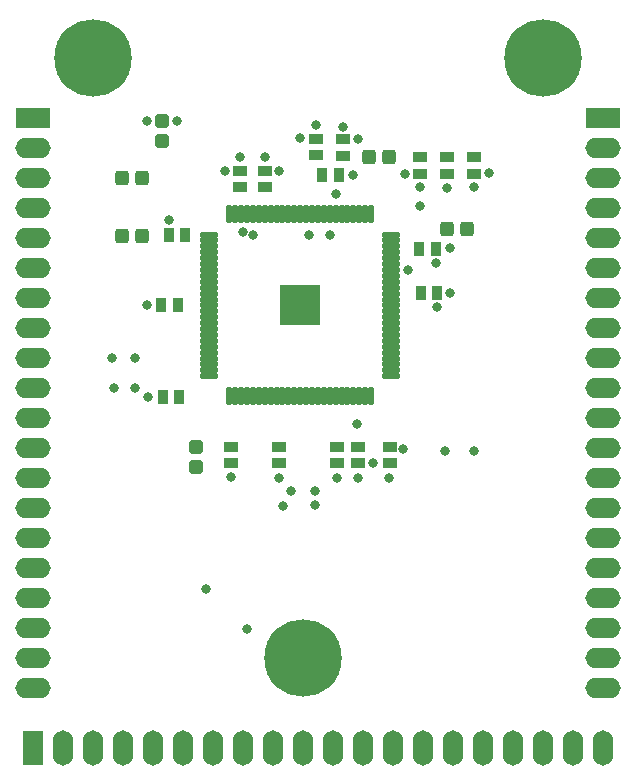
<source format=gts>
G04*
G04 #@! TF.GenerationSoftware,Altium Limited,Altium Designer,19.0.14 (431)*
G04*
G04 Layer_Color=8388736*
%FSLAX25Y25*%
%MOIN*%
G70*
G01*
G75*
%ADD22O,0.01981X0.06312*%
%ADD23O,0.06312X0.01981*%
%ADD24R,0.13792X0.13792*%
%ADD25R,0.04540X0.03753*%
G04:AMPARAMS|DCode=26|XSize=47.37mil|YSize=43.43mil|CornerRadius=8.43mil|HoleSize=0mil|Usage=FLASHONLY|Rotation=0.000|XOffset=0mil|YOffset=0mil|HoleType=Round|Shape=RoundedRectangle|*
%AMROUNDEDRECTD26*
21,1,0.04737,0.02657,0,0,0.0*
21,1,0.03051,0.04343,0,0,0.0*
1,1,0.01686,0.01526,-0.01329*
1,1,0.01686,-0.01526,-0.01329*
1,1,0.01686,-0.01526,0.01329*
1,1,0.01686,0.01526,0.01329*
%
%ADD26ROUNDEDRECTD26*%
%ADD27R,0.03753X0.04540*%
G04:AMPARAMS|DCode=28|XSize=47.37mil|YSize=43.43mil|CornerRadius=8.43mil|HoleSize=0mil|Usage=FLASHONLY|Rotation=270.000|XOffset=0mil|YOffset=0mil|HoleType=Round|Shape=RoundedRectangle|*
%AMROUNDEDRECTD28*
21,1,0.04737,0.02657,0,0,270.0*
21,1,0.03051,0.04343,0,0,270.0*
1,1,0.01686,-0.01329,-0.01526*
1,1,0.01686,-0.01329,0.01526*
1,1,0.01686,0.01329,0.01526*
1,1,0.01686,0.01329,-0.01526*
%
%ADD28ROUNDEDRECTD28*%
%ADD29C,0.25800*%
%ADD30R,0.11800X0.06800*%
%ADD31O,0.11800X0.06800*%
%ADD32R,0.06800X0.11800*%
%ADD33O,0.06800X0.11800*%
%ADD34C,0.03200*%
%ADD35C,0.03162*%
D22*
X120744Y125087D02*
D03*
X118776D02*
D03*
X116807D02*
D03*
X114839D02*
D03*
X112870D02*
D03*
X110902D02*
D03*
X108933D02*
D03*
X106965D02*
D03*
X104996D02*
D03*
X103028D02*
D03*
X101059D02*
D03*
X99090D02*
D03*
X97122D02*
D03*
X95153D02*
D03*
X93185D02*
D03*
X91216D02*
D03*
X89248D02*
D03*
X87279D02*
D03*
X85311D02*
D03*
X83342D02*
D03*
X81374D02*
D03*
X79405D02*
D03*
X77437D02*
D03*
X75468D02*
D03*
X73500D02*
D03*
Y185716D02*
D03*
X75468D02*
D03*
X77437D02*
D03*
X79405D02*
D03*
X81374D02*
D03*
X83342D02*
D03*
X85311D02*
D03*
X87279D02*
D03*
X89248D02*
D03*
X91216D02*
D03*
X93185D02*
D03*
X95153D02*
D03*
X97122D02*
D03*
X99090D02*
D03*
X101059D02*
D03*
X103028D02*
D03*
X104996D02*
D03*
X106965D02*
D03*
X108933D02*
D03*
X110902D02*
D03*
X112870D02*
D03*
X114839D02*
D03*
X116807D02*
D03*
X118776D02*
D03*
X120744D02*
D03*
D23*
X66807Y131780D02*
D03*
Y133748D02*
D03*
Y135716D02*
D03*
Y137685D02*
D03*
Y139654D02*
D03*
Y141622D02*
D03*
Y143591D02*
D03*
Y145559D02*
D03*
Y147528D02*
D03*
Y149496D02*
D03*
Y151465D02*
D03*
Y153433D02*
D03*
Y155402D02*
D03*
Y157370D02*
D03*
Y159339D02*
D03*
Y161307D02*
D03*
Y163276D02*
D03*
Y165244D02*
D03*
Y167213D02*
D03*
Y169181D02*
D03*
Y171150D02*
D03*
Y173118D02*
D03*
Y175087D02*
D03*
Y177055D02*
D03*
Y179024D02*
D03*
X127437D02*
D03*
Y177055D02*
D03*
Y175087D02*
D03*
Y173118D02*
D03*
Y171150D02*
D03*
Y169181D02*
D03*
Y167213D02*
D03*
Y165244D02*
D03*
Y163276D02*
D03*
Y161307D02*
D03*
Y159339D02*
D03*
Y157370D02*
D03*
Y155402D02*
D03*
Y153433D02*
D03*
Y151465D02*
D03*
Y149496D02*
D03*
Y147528D02*
D03*
Y145559D02*
D03*
Y143591D02*
D03*
Y141622D02*
D03*
Y139654D02*
D03*
Y137685D02*
D03*
Y135716D02*
D03*
Y133748D02*
D03*
Y131780D02*
D03*
D24*
X97122Y155402D02*
D03*
D25*
X127000Y102744D02*
D03*
Y108256D02*
D03*
X116500Y102744D02*
D03*
Y108256D02*
D03*
X109500D02*
D03*
Y102744D02*
D03*
X90000Y108256D02*
D03*
Y102744D02*
D03*
X74000Y108256D02*
D03*
Y102744D02*
D03*
X155000Y204756D02*
D03*
Y199244D02*
D03*
X146000Y204756D02*
D03*
Y199244D02*
D03*
X137000Y204756D02*
D03*
Y199244D02*
D03*
X111295Y205213D02*
D03*
Y210724D02*
D03*
X102500Y205500D02*
D03*
Y211012D02*
D03*
X85500Y194744D02*
D03*
Y200256D02*
D03*
X77000Y194744D02*
D03*
Y200256D02*
D03*
D26*
X62500Y101654D02*
D03*
Y108346D02*
D03*
X51000Y210154D02*
D03*
Y216846D02*
D03*
D27*
X137244Y159500D02*
D03*
X142756D02*
D03*
X142256Y174299D02*
D03*
X136744D02*
D03*
X109902Y199000D02*
D03*
X104390D02*
D03*
X53244Y179000D02*
D03*
X58756D02*
D03*
X56256Y155500D02*
D03*
X50744D02*
D03*
X51244Y125000D02*
D03*
X56756D02*
D03*
D28*
X152847Y181000D02*
D03*
X146153D02*
D03*
X120153Y204756D02*
D03*
X126847D02*
D03*
X44346Y178500D02*
D03*
X37654D02*
D03*
X44346Y198000D02*
D03*
X37653D02*
D03*
D29*
X98000Y38000D02*
D03*
X28000Y238000D02*
D03*
X178000D02*
D03*
D30*
X8000Y218000D02*
D03*
X198000D02*
D03*
D31*
X8000Y208000D02*
D03*
Y198000D02*
D03*
Y188000D02*
D03*
Y178000D02*
D03*
Y168000D02*
D03*
Y158000D02*
D03*
Y148000D02*
D03*
Y138000D02*
D03*
Y128000D02*
D03*
Y118000D02*
D03*
Y108000D02*
D03*
Y98000D02*
D03*
Y88000D02*
D03*
Y78000D02*
D03*
Y68000D02*
D03*
Y58000D02*
D03*
Y48000D02*
D03*
Y38000D02*
D03*
Y28000D02*
D03*
X198000Y208000D02*
D03*
Y198000D02*
D03*
Y188000D02*
D03*
Y178000D02*
D03*
Y168000D02*
D03*
Y158000D02*
D03*
Y148000D02*
D03*
Y138000D02*
D03*
Y128000D02*
D03*
Y118000D02*
D03*
Y108000D02*
D03*
Y98000D02*
D03*
Y88000D02*
D03*
Y78000D02*
D03*
Y68000D02*
D03*
Y58000D02*
D03*
Y48000D02*
D03*
Y38000D02*
D03*
Y28000D02*
D03*
D32*
X8000Y8000D02*
D03*
D33*
X18000D02*
D03*
X28000D02*
D03*
X38000D02*
D03*
X48000D02*
D03*
X58000D02*
D03*
X68000D02*
D03*
X78000D02*
D03*
X88000D02*
D03*
X98000D02*
D03*
X108000D02*
D03*
X118000D02*
D03*
X128000D02*
D03*
X138000D02*
D03*
X148000D02*
D03*
X158000D02*
D03*
X168000D02*
D03*
X178000D02*
D03*
X188000D02*
D03*
X198000D02*
D03*
D34*
X116106Y116000D02*
D03*
X133000Y167213D02*
D03*
X109000Y192500D02*
D03*
X78000Y179839D02*
D03*
X81500Y178850D02*
D03*
X100000D02*
D03*
X106965Y179032D02*
D03*
X145500Y107000D02*
D03*
X79500Y47500D02*
D03*
X65575Y61000D02*
D03*
X42000Y128000D02*
D03*
X126847Y98000D02*
D03*
X142500Y169575D02*
D03*
X147000Y174500D02*
D03*
X114646Y199000D02*
D03*
X131500Y107500D02*
D03*
X155000Y107000D02*
D03*
X137000Y188500D02*
D03*
X35000Y128000D02*
D03*
X34500Y137750D02*
D03*
X42000D02*
D03*
X93972Y93500D02*
D03*
X91500Y88500D02*
D03*
X102000Y89000D02*
D03*
Y93500D02*
D03*
X56000Y216846D02*
D03*
X46000Y217000D02*
D03*
X74000Y98150D02*
D03*
X90150Y98000D02*
D03*
X121500Y103000D02*
D03*
X109500Y98000D02*
D03*
X116500D02*
D03*
X142756Y155000D02*
D03*
X147000Y159500D02*
D03*
X160000Y199500D02*
D03*
X155000Y195000D02*
D03*
X146000Y194500D02*
D03*
X137000Y195000D02*
D03*
X132000Y199244D02*
D03*
X97122Y211138D02*
D03*
X116500Y210724D02*
D03*
X111295Y215000D02*
D03*
X102500Y215500D02*
D03*
X90150Y200256D02*
D03*
X72000D02*
D03*
X85500Y205000D02*
D03*
X77000D02*
D03*
X53244Y184000D02*
D03*
X46000Y155500D02*
D03*
X46500Y125000D02*
D03*
D35*
X99288Y157567D02*
D03*
Y153236D02*
D03*
X94957Y157567D02*
D03*
X94957Y153236D02*
D03*
M02*

</source>
